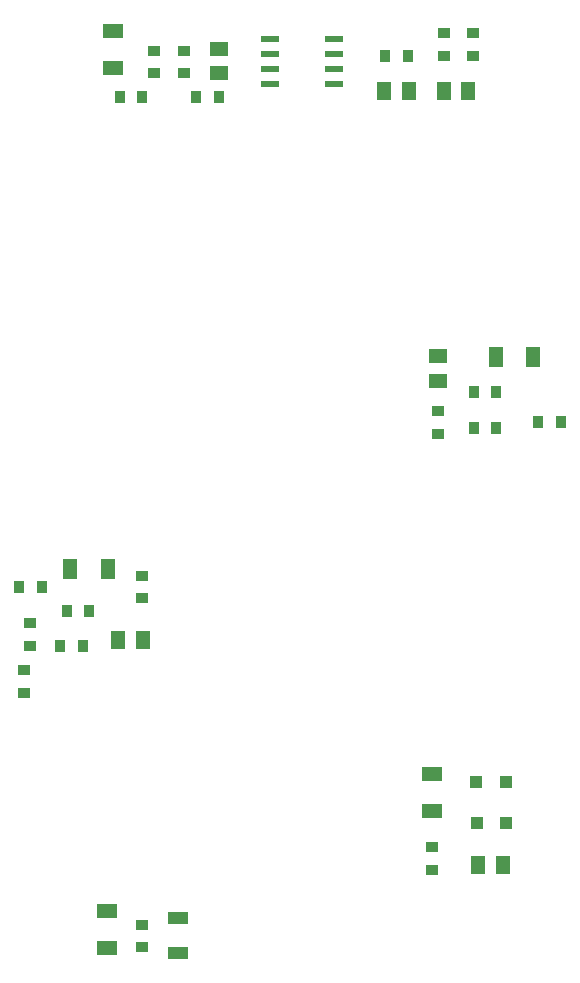
<source format=gbr>
%TF.GenerationSoftware,KiCad,Pcbnew,6.0.0-rc1-unknown-f2ccad3~66~ubuntu18.04.1*%
%TF.CreationDate,2018-11-07T22:10:34+01:00*%
%TF.ProjectId,clasicOverdrive,636c6173-6963-44f7-9665-726472697665,rev?*%
%TF.SameCoordinates,PX5f67d40PY8f46778*%
%TF.FileFunction,Paste,Top*%
%TF.FilePolarity,Positive*%
%FSLAX46Y46*%
G04 Gerber Fmt 4.6, Leading zero omitted, Abs format (unit mm)*
G04 Created by KiCad (PCBNEW 6.0.0-rc1-unknown-f2ccad3~66~ubuntu18.04.1) date Mi 07 Nov 2018 22:10:34 CET*
%MOMM*%
%LPD*%
G01*
G04 APERTURE LIST*
%ADD10R,1.145000X1.500000*%
%ADD11R,1.800000X1.245000*%
%ADD12R,1.245000X1.800000*%
%ADD13R,1.500000X1.145000*%
%ADD14R,1.800000X1.070000*%
%ADD15R,1.000000X0.845000*%
%ADD16R,0.845000X1.000000*%
%ADD17R,1.550000X0.600000*%
%ADD18R,1.000000X1.000000*%
G04 APERTURE END LIST*
D10*
%TO.C,C1*%
X12542500Y28500000D03*
X10457500Y28500000D03*
%TD*%
%TO.C,C2*%
X37999500Y75000000D03*
X40084500Y75000000D03*
%TD*%
%TO.C,C3*%
X35042500Y75000000D03*
X32957500Y75000000D03*
%TD*%
%TO.C,C4*%
X43000500Y9500000D03*
X40915500Y9500000D03*
%TD*%
D11*
%TO.C,C5*%
X9500000Y5592500D03*
X9500000Y2407500D03*
%TD*%
%TO.C,C6*%
X10000000Y80092500D03*
X10000000Y76907500D03*
%TD*%
%TO.C,C7*%
X37000000Y14000500D03*
X37000000Y17185500D03*
%TD*%
D12*
%TO.C,C8*%
X9592500Y34500000D03*
X6407500Y34500000D03*
%TD*%
D13*
%TO.C,C9*%
X19000000Y76500000D03*
X19000000Y78585000D03*
%TD*%
%TO.C,C10*%
X37500000Y52542500D03*
X37500000Y50457500D03*
%TD*%
D12*
%TO.C,C11*%
X45592500Y52500000D03*
X42407500Y52500000D03*
%TD*%
D14*
%TO.C,D1*%
X15500000Y1995000D03*
X15500000Y5005000D03*
%TD*%
D15*
%TO.C,R1*%
X12500000Y2500500D03*
X12500000Y4425500D03*
%TD*%
%TO.C,R2*%
X12500000Y32037500D03*
X12500000Y33962500D03*
%TD*%
D16*
%TO.C,R3*%
X7462500Y28000000D03*
X5537500Y28000000D03*
%TD*%
D15*
%TO.C,R4*%
X3000000Y29925500D03*
X3000000Y28000500D03*
%TD*%
%TO.C,R5*%
X2500000Y25962500D03*
X2500000Y24037500D03*
%TD*%
%TO.C,R6*%
X40500000Y78000000D03*
X40500000Y79925000D03*
%TD*%
D16*
%TO.C,R7*%
X34962500Y78000000D03*
X33037500Y78000000D03*
%TD*%
D15*
%TO.C,R8*%
X38000000Y78000000D03*
X38000000Y79925000D03*
%TD*%
D16*
%TO.C,R9*%
X18962500Y74500000D03*
X17037500Y74500000D03*
%TD*%
%TO.C,R10*%
X3962500Y33000000D03*
X2037500Y33000000D03*
%TD*%
%TO.C,R11*%
X8000500Y31000000D03*
X6075500Y31000000D03*
%TD*%
D15*
%TO.C,R12*%
X37000000Y9037500D03*
X37000000Y10962500D03*
%TD*%
%TO.C,R13*%
X13500000Y78425000D03*
X13500000Y76500000D03*
%TD*%
%TO.C,R14*%
X16000000Y78425000D03*
X16000000Y76500000D03*
%TD*%
D16*
%TO.C,R15*%
X12500500Y74500000D03*
X10575500Y74500000D03*
%TD*%
D15*
%TO.C,R16*%
X37500000Y46000500D03*
X37500000Y47925500D03*
%TD*%
D16*
%TO.C,R17*%
X40537500Y46500000D03*
X42462500Y46500000D03*
%TD*%
%TO.C,R18*%
X40537500Y49500000D03*
X42462500Y49500000D03*
%TD*%
%TO.C,R19*%
X46037500Y47000000D03*
X47962500Y47000000D03*
%TD*%
D17*
%TO.C,U2*%
X23300000Y75595000D03*
X23300000Y76865000D03*
X23300000Y78135000D03*
X23300000Y79405000D03*
X28700000Y79405000D03*
X28700000Y78135000D03*
X28700000Y76865000D03*
X28700000Y75595000D03*
%TD*%
D18*
%TO.C,D2*%
X43295000Y13000000D03*
X40795000Y13000000D03*
%TD*%
%TO.C,D3*%
X43250000Y16500000D03*
X40750000Y16500000D03*
%TD*%
M02*

</source>
